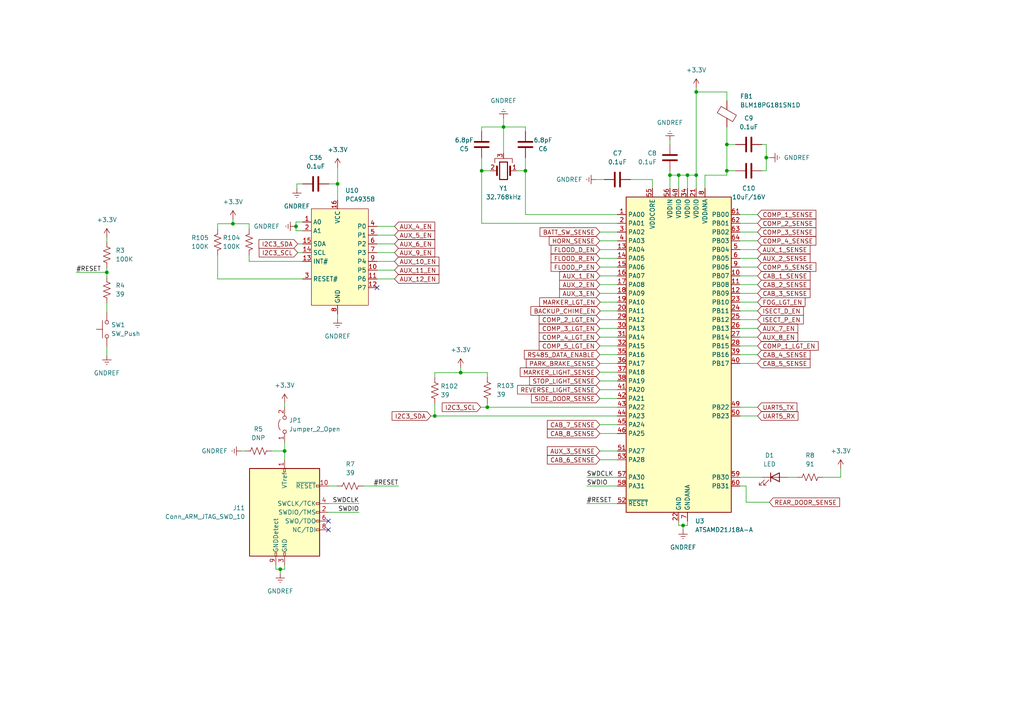
<source format=kicad_sch>
(kicad_sch (version 20230121) (generator eeschema)
  (paper "A4")
  (lib_symbols
    (symbol "Connector:Conn_ARM_JTAG_SWD_10" (pin_names (offset 1.016))
      (property "Reference" "J" (at -2.54 16.51 0))
      (property "Value" "Conn_ARM_JTAG_SWD_10" (at -2.54 13.97 0))
      (symbol "Conn_ARM_JTAG_SWD_10_0_1"
        (rectangle (start -10.16 12.7) (end 10.16 -12.7) (stroke (width 0.254)) (fill (type background)))
        (rectangle (start -2.794 -12.7) (end -2.286 -11.684))
        (rectangle (start -0.254 -12.7) (end 0.254 -11.684))
        (rectangle (start -0.254 12.7) (end 0.254 11.684))
        (rectangle (start 9.144 2.286) (end 10.16 2.794))
        (rectangle (start 10.16 -2.794) (end 9.144 -2.286))
        (rectangle (start 10.16 -0.254) (end 9.144 0.254))
        (rectangle (start 10.16 7.874) (end 9.144 7.366))
      )
      (symbol "Conn_ARM_JTAG_SWD_10_1_1"
        (rectangle (start 9.144 -5.334) (end 10.16 -4.826))
        (pin power_in line (at 0 15.24 270) (length 2.54) (name "VTref") (number "1"))
        (pin open_collector line (at 12.7 7.62 180) (length 2.54) (name "~{RESET}") (number "10"))
        (pin bidirectional line (at 12.7 0 180) (length 2.54) (name "SWDIO/TMS") (number "2"))
        (pin power_in line (at 0 -15.24 90) (length 2.54) (name "GND") (number "3"))
        (pin output line (at 12.7 2.54 180) (length 2.54) (name "SWCLK/TCK") (number "4"))
        (pin passive line (at 0 -15.24 90) (length 2.54) hide (name "GND") (number "5"))
        (pin input line (at 12.7 -2.54 180) (length 2.54) (name "SWO/TDO") (number "6"))
        (pin no_connect line (at -10.16 0 0) (length 2.54) hide (name "KEY") (number "7"))
        (pin output line (at 12.7 -5.08 180) (length 2.54) (name "NC/TDI") (number "8"))
        (pin passive line (at -2.54 -15.24 90) (length 2.54) (name "GNDDetect") (number "9"))
      )
    )
    (symbol "Device:C" (pin_numbers hide) (pin_names (offset 0.254))
      (property "Reference" "C" (at 0.635 2.54 0))
      (property "Value" "C" (at 0.635 -2.54 0))
      (symbol "C_0_1"
        (polyline (pts (xy -2.032 -0.762) (xy 2.032 -0.762)) (stroke (width 0.508)))
        (polyline (pts (xy -2.032 0.762) (xy 2.032 0.762)) (stroke (width 0.508)))
      )
      (symbol "C_1_1"
        (pin passive line (at 0 3.81 270) (length 2.794) (name "~") (number "1"))
        (pin passive line (at 0 -3.81 90) (length 2.794) (name "~") (number "2"))
      )
    )
    (symbol "Device:Crystal_GND3" (pin_names (offset 1.016) hide)
      (property "Reference" "Y" (at 0 5.715 0))
      (property "Value" "Crystal_GND3" (at 0 3.81 0))
      (symbol "Crystal_GND3_0_1"
        (rectangle (start -1.143 2.54) (end 1.143 -2.54) (stroke (width 0.3048)))
        (polyline (pts (xy -2.54 0) (xy -1.905 0)))
        (polyline (pts (xy -1.905 -1.27) (xy -1.905 1.27)) (stroke (width 0.508)))
        (polyline (pts (xy 0 -3.81) (xy 0 -3.556)))
        (polyline (pts (xy 1.905 0) (xy 2.54 0)))
        (polyline (pts (xy 1.905 1.27) (xy 1.905 -1.27)) (stroke (width 0.508)))
        (polyline (pts (xy -2.54 -2.286) (xy -2.54 -3.556) (xy 2.54 -3.556) (xy 2.54 -2.286)))
      )
      (symbol "Crystal_GND3_1_1"
        (pin passive line (at -3.81 0 0) (length 1.27) (name "1") (number "1"))
        (pin passive line (at 3.81 0 180) (length 1.27) (name "2") (number "2"))
        (pin passive line (at 0 -5.08 90) (length 1.27) (name "3") (number "3"))
      )
    )
    (symbol "Device:FerriteBead" (pin_numbers hide) (pin_names (offset 0))
      (property "Reference" "FB" (at -3.81 0.635 90))
      (property "Value" "FerriteBead" (at 3.81 0 90))
      (symbol "FerriteBead_0_1"
        (polyline (pts (xy 0 -1.27) (xy 0 -1.2192)))
        (polyline (pts (xy 0 1.27) (xy 0 1.2954)))
        (polyline (pts (xy -2.7686 0.4064) (xy -1.7018 2.2606) (xy 2.7686 -0.3048) (xy 1.6764 -2.159) (xy -2.7686 0.4064)))
      )
      (symbol "FerriteBead_1_1"
        (pin passive line (at 0 3.81 270) (length 2.54) (name "~") (number "1"))
        (pin passive line (at 0 -3.81 90) (length 2.54) (name "~") (number "2"))
      )
    )
    (symbol "Device:LED" (pin_numbers hide) (pin_names (offset 1.016) hide)
      (property "Reference" "D" (at 0 2.54 0))
      (property "Value" "LED" (at 0 -2.54 0))
      (symbol "LED_0_1"
        (polyline (pts (xy -1.27 -1.27) (xy -1.27 1.27)) (stroke (width 0.254)))
        (polyline (pts (xy -1.27 0) (xy 1.27 0)))
        (polyline (pts (xy 1.27 -1.27) (xy 1.27 1.27) (xy -1.27 0) (xy 1.27 -1.27)) (stroke (width 0.254)))
        (polyline (pts (xy -3.048 -0.762) (xy -4.572 -2.286) (xy -3.81 -2.286) (xy -4.572 -2.286) (xy -4.572 -1.524)))
        (polyline (pts (xy -1.778 -0.762) (xy -3.302 -2.286) (xy -2.54 -2.286) (xy -3.302 -2.286) (xy -3.302 -1.524)))
      )
      (symbol "LED_1_1"
        (pin passive line (at -3.81 0 0) (length 2.54) (name "K") (number "1"))
        (pin passive line (at 3.81 0 180) (length 2.54) (name "A") (number "2"))
      )
    )
    (symbol "Device:R_US" (pin_numbers hide) (pin_names (offset 0))
      (property "Reference" "R" (at 2.54 0 90))
      (property "Value" "R_US" (at -2.54 0 90))
      (symbol "R_US_0_1"
        (polyline (pts (xy 0 -2.286) (xy 0 -2.54)))
        (polyline (pts (xy 0 2.286) (xy 0 2.54)))
        (polyline (pts (xy 0 -0.762) (xy 1.016 -1.143) (xy 0 -1.524) (xy -1.016 -1.905) (xy 0 -2.286)))
        (polyline (pts (xy 0 0.762) (xy 1.016 0.381) (xy 0 0) (xy -1.016 -0.381) (xy 0 -0.762)))
        (polyline (pts (xy 0 2.286) (xy 1.016 1.905) (xy 0 1.524) (xy -1.016 1.143) (xy 0 0.762)))
      )
      (symbol "R_US_1_1"
        (pin passive line (at 0 3.81 270) (length 1.27) (name "~") (number "1"))
        (pin passive line (at 0 -3.81 90) (length 1.27) (name "~") (number "2"))
      )
    )
    (symbol "Jumper:Jumper_2_Open" (pin_names (offset 0) hide)
      (property "Reference" "JP" (at 0 2.794 0))
      (property "Value" "Jumper_2_Open" (at 0 -2.286 0))
      (symbol "Jumper_2_Open_0_0"
        (circle (center -2.032 0) (radius 0.508))
        (circle (center 2.032 0) (radius 0.508))
      )
      (symbol "Jumper_2_Open_0_1"
        (arc (start 1.524 1.27) (mid 0 1.778) (end -1.524 1.27))
      )
      (symbol "Jumper_2_Open_1_1"
        (pin passive line (at -5.08 0 0) (length 2.54) (name "A") (number "1"))
        (pin passive line (at 5.08 0 180) (length 2.54) (name "B") (number "2"))
      )
    )
    (symbol "MCU_Microchip_SAMD:ATSAMD21J18A-A"
      (property "Reference" "U" (at -13.97 46.99 0))
      (property "Value" "ATSAMD21J18A-A" (at 16.51 46.99 0))
      (symbol "ATSAMD21J18A-A_0_1"
        (rectangle (start -15.24 45.72) (end 15.24 -45.72) (stroke (width 0.254)) (fill (type background)))
      )
      (symbol "ATSAMD21J18A-A_1_1"
        (pin bidirectional line (at -17.78 40.64 0) (length 2.54) (name "PA00") (number "1"))
        (pin bidirectional line (at 17.78 22.86 180) (length 2.54) (name "PB07") (number "10"))
        (pin bidirectional line (at 17.78 20.32 180) (length 2.54) (name "PB08") (number "11"))
        (pin bidirectional line (at 17.78 17.78 180) (length 2.54) (name "PB09") (number "12"))
        (pin bidirectional line (at -17.78 30.48 0) (length 2.54) (name "PA04") (number "13"))
        (pin bidirectional line (at -17.78 27.94 0) (length 2.54) (name "PA05") (number "14"))
        (pin bidirectional line (at -17.78 25.4 0) (length 2.54) (name "PA06") (number "15"))
        (pin bidirectional line (at -17.78 22.86 0) (length 2.54) (name "PA07") (number "16"))
        (pin bidirectional line (at -17.78 20.32 0) (length 2.54) (name "PA08") (number "17"))
        (pin bidirectional line (at -17.78 17.78 0) (length 2.54) (name "PA09") (number "18"))
        (pin bidirectional line (at -17.78 15.24 0) (length 2.54) (name "PA10") (number "19"))
        (pin bidirectional line (at -17.78 38.1 0) (length 2.54) (name "PA01") (number "2"))
        (pin bidirectional line (at -17.78 12.7 0) (length 2.54) (name "PA11") (number "20"))
        (pin power_in line (at 5.08 48.26 270) (length 2.54) (name "VDDIO") (number "21"))
        (pin power_in line (at 0 -48.26 90) (length 2.54) (name "GND") (number "22"))
        (pin bidirectional line (at 17.78 15.24 180) (length 2.54) (name "PB10") (number "23"))
        (pin bidirectional line (at 17.78 12.7 180) (length 2.54) (name "PB11") (number "24"))
        (pin bidirectional line (at 17.78 10.16 180) (length 2.54) (name "PB12") (number "25"))
        (pin bidirectional line (at 17.78 7.62 180) (length 2.54) (name "PB13") (number "26"))
        (pin bidirectional line (at 17.78 5.08 180) (length 2.54) (name "PB14") (number "27"))
        (pin bidirectional line (at 17.78 2.54 180) (length 2.54) (name "PB15") (number "28"))
        (pin bidirectional line (at -17.78 10.16 0) (length 2.54) (name "PA12") (number "29"))
        (pin bidirectional line (at -17.78 35.56 0) (length 2.54) (name "PA02") (number "3"))
        (pin bidirectional line (at -17.78 7.62 0) (length 2.54) (name "PA13") (number "30"))
        (pin bidirectional line (at -17.78 5.08 0) (length 2.54) (name "PA14") (number "31"))
        (pin bidirectional line (at -17.78 2.54 0) (length 2.54) (name "PA15") (number "32"))
        (pin passive line (at 0 -48.26 90) (length 2.54) hide (name "GND") (number "33"))
        (pin power_in line (at 2.54 48.26 270) (length 2.54) (name "VDDIO") (number "34"))
        (pin bidirectional line (at -17.78 0 0) (length 2.54) (name "PA16") (number "35"))
        (pin bidirectional line (at -17.78 -2.54 0) (length 2.54) (name "PA17") (number "36"))
        (pin bidirectional line (at -17.78 -5.08 0) (length 2.54) (name "PA18") (number "37"))
        (pin bidirectional line (at -17.78 -7.62 0) (length 2.54) (name "PA19") (number "38"))
        (pin bidirectional line (at 17.78 0 180) (length 2.54) (name "PB16") (number "39"))
        (pin bidirectional line (at -17.78 33.02 0) (length 2.54) (name "PA03") (number "4"))
        (pin bidirectional line (at 17.78 -2.54 180) (length 2.54) (name "PB17") (number "40"))
        (pin bidirectional line (at -17.78 -10.16 0) (length 2.54) (name "PA20") (number "41"))
        (pin bidirectional line (at -17.78 -12.7 0) (length 2.54) (name "PA21") (number "42"))
        (pin bidirectional line (at -17.78 -15.24 0) (length 2.54) (name "PA22") (number "43"))
        (pin bidirectional line (at -17.78 -17.78 0) (length 2.54) (name "PA23") (number "44"))
        (pin bidirectional line (at -17.78 -20.32 0) (length 2.54) (name "PA24") (number "45"))
        (pin bidirectional line (at -17.78 -22.86 0) (length 2.54) (name "PA25") (number "46"))
        (pin passive line (at 0 -48.26 90) (length 2.54) hide (name "GND") (number "47"))
        (pin power_in line (at 0 48.26 270) (length 2.54) (name "VDDIO") (number "48"))
        (pin bidirectional line (at 17.78 -15.24 180) (length 2.54) (name "PB22") (number "49"))
        (pin bidirectional line (at 17.78 30.48 180) (length 2.54) (name "PB04") (number "5"))
        (pin bidirectional line (at 17.78 -17.78 180) (length 2.54) (name "PB23") (number "50"))
        (pin bidirectional line (at -17.78 -27.94 0) (length 2.54) (name "PA27") (number "51"))
        (pin input line (at -17.78 -43.18 0) (length 2.54) (name "~{RESET}") (number "52"))
        (pin bidirectional line (at -17.78 -30.48 0) (length 2.54) (name "PA28") (number "53"))
        (pin passive line (at 0 -48.26 90) (length 2.54) hide (name "GND") (number "54"))
        (pin power_out line (at -7.62 48.26 270) (length 2.54) (name "VDDCORE") (number "55"))
        (pin power_in line (at -2.54 48.26 270) (length 2.54) (name "VDDIN") (number "56"))
        (pin bidirectional line (at -17.78 -35.56 0) (length 2.54) (name "PA30") (number "57"))
        (pin bidirectional line (at -17.78 -38.1 0) (length 2.54) (name "PA31") (number "58"))
        (pin bidirectional line (at 17.78 -35.56 180) (length 2.54) (name "PB30") (number "59"))
        (pin bidirectional line (at 17.78 27.94 180) (length 2.54) (name "PB05") (number "6"))
        (pin bidirectional line (at 17.78 -38.1 180) (length 2.54) (name "PB31") (number "60"))
        (pin bidirectional line (at 17.78 40.64 180) (length 2.54) (name "PB00") (number "61"))
        (pin bidirectional line (at 17.78 38.1 180) (length 2.54) (name "PB01") (number "62"))
        (pin bidirectional line (at 17.78 35.56 180) (length 2.54) (name "PB02") (number "63"))
        (pin bidirectional line (at 17.78 33.02 180) (length 2.54) (name "PB03") (number "64"))
        (pin power_in line (at 2.54 -48.26 90) (length 2.54) (name "GNDANA") (number "7"))
        (pin power_in line (at 7.62 48.26 270) (length 2.54) (name "VDDANA") (number "8"))
        (pin bidirectional line (at 17.78 25.4 180) (length 2.54) (name "PB06") (number "9"))
      )
    )
    (symbol "Switch:SW_Push" (pin_numbers hide) (pin_names (offset 1.016) hide)
      (property "Reference" "SW" (at 1.27 2.54 0))
      (property "Value" "SW_Push" (at 0 -1.524 0))
      (symbol "SW_Push_0_1"
        (circle (center -2.032 0) (radius 0.508))
        (polyline (pts (xy 0 1.27) (xy 0 3.048)))
        (polyline (pts (xy 2.54 1.27) (xy -2.54 1.27)))
        (circle (center 2.032 0) (radius 0.508))
        (pin passive line (at -5.08 0 0) (length 2.54) (name "1") (number "1"))
        (pin passive line (at 5.08 0 180) (length 2.54) (name "2") (number "2"))
      )
    )
    (symbol "Toadly:PCA9358"
      (property "Reference" "U" (at 6.35 19.685 0))
      (property "Value" "PCA9358" (at 9.525 17.145 0))
      (symbol "PCA9358_0_1"
        (rectangle (start -7.62 13.97) (end 8.89 -13.97) (fill (type background)))
      )
      (symbol "PCA9358_1_1"
        (pin input line (at -10.16 10.16 0) (length 2.54) (name "A0") (number "1"))
        (pin bidirectional line (at 11.43 -3.81 180) (length 2.54) (name "P5") (number "10"))
        (pin bidirectional line (at 11.43 -6.35 180) (length 2.54) (name "P6") (number "11"))
        (pin bidirectional line (at 11.43 -8.89 180) (length 2.54) (name "P7") (number "12"))
        (pin output line (at -10.16 -1.27 0) (length 2.54) (name "INT#") (number "13"))
        (pin bidirectional line (at -10.16 1.27 0) (length 2.54) (name "SCL") (number "14"))
        (pin bidirectional line (at -10.16 3.81 0) (length 2.54) (name "SDA") (number "15"))
        (pin power_in line (at 0 16.51 270) (length 2.54) (name "VCC") (number "16"))
        (pin input line (at -10.16 7.62 0) (length 2.54) (name "A1") (number "2"))
        (pin input line (at -10.16 -6.35 0) (length 2.54) (name "RESET#") (number "3"))
        (pin bidirectional line (at 11.43 8.89 180) (length 2.54) (name "P0") (number "4"))
        (pin bidirectional line (at 11.43 6.35 180) (length 2.54) (name "P1") (number "5"))
        (pin bidirectional line (at 11.43 3.81 180) (length 2.54) (name "P2") (number "6"))
        (pin bidirectional line (at 11.43 1.27 180) (length 2.54) (name "P3") (number "7"))
        (pin power_in line (at 0 -16.51 90) (length 2.54) (name "GND") (number "8"))
        (pin bidirectional line (at 11.43 -1.27 180) (length 2.54) (name "P4") (number "9"))
      )
    )
    (symbol "power:+3.3V" (power) (pin_names (offset 0))
      (property "Value" "+3.3V" (at 0 3.556 0))
      (symbol "+3.3V_0_1"
        (polyline (pts (xy -0.762 1.27) (xy 0 2.54)))
        (polyline (pts (xy 0 0) (xy 0 2.54)))
        (polyline (pts (xy 0 2.54) (xy 0.762 1.27)))
      )
      (symbol "+3.3V_1_1"
        (pin power_in line (at 0 0 90) (length 0) hide (name "+3.3V") (number "1"))
      )
    )
    (symbol "power:GNDREF" (power) (pin_names (offset 0))
      (property "Value" "GNDREF" (at 0 -3.81 0))
      (symbol "GNDREF_0_1"
        (polyline (pts (xy -0.635 -1.905) (xy 0.635 -1.905)))
        (polyline (pts (xy -0.127 -2.54) (xy 0.127 -2.54)))
        (polyline (pts (xy 0 -1.27) (xy 0 0)))
        (polyline (pts (xy 1.27 -1.27) (xy -1.27 -1.27)))
      )
      (symbol "GNDREF_1_1"
        (pin power_in line (at 0 0 270) (length 0) hide (name "GNDREF") (number "1"))
      )
    )
  )
  (junction (at 146.05 36.83))
  (junction (at 30.988 78.994))
  (junction (at 81.28 165.1))
  (junction (at 85.852 65.659))
  (junction (at 198.12 152.4))
  (junction (at 210.82 49.53))
  (junction (at 210.82 41.91))
  (junction (at 133.604 108.077))
  (junction (at 201.93 26.67))
  (junction (at 201.93 50.8))
  (junction (at 199.39 50.8))
  (junction (at 194.31 50.8))
  (junction (at 196.85 50.8))
  (junction (at 67.564 64.897))
  (junction (at 82.55 130.81))
  (junction (at 97.917 53.34))
  (junction (at 152.4 49.53))
  (junction (at 139.7 49.53))
  (junction (at 222.25 45.72))
  (junction (at 141.351 118.11))
  (junction (at 126.111 120.65))
  (no_connect (at 109.347 83.439))
  (no_connect (at 95.25 151.13))
  (no_connect (at 95.25 153.67))
  (wire (pts (xy 173.99 123.19) (xy 179.07 123.19)))
  (wire (pts (xy 199.39 152.4) (xy 199.39 151.13)))
  (wire (pts (xy 219.71 95.25) (xy 214.63 95.25)))
  (wire (pts (xy 214.63 105.41) (xy 219.71 105.41)))
  (wire (pts (xy 214.63 120.65) (xy 219.71 120.65)))
  (wire (pts (xy 214.63 62.23) (xy 219.71 62.23)))
  (wire (pts (xy 173.99 125.73) (xy 179.07 125.73)))
  (wire (pts (xy 182.88 52.07) (xy 189.23 52.07)))
  (wire (pts (xy 173.99 102.87) (xy 179.07 102.87)))
  (wire (pts (xy 139.7 49.53) (xy 142.24 49.53)))
  (wire (pts (xy 222.25 41.91) (xy 220.98 41.91)))
  (wire (pts (xy 219.71 72.39) (xy 214.63 72.39)))
  (wire (pts (xy 214.63 97.79) (xy 219.71 97.79)))
  (wire (pts (xy 124.968 120.65) (xy 126.111 120.65)))
  (wire (pts (xy 139.446 118.11) (xy 141.351 118.11)))
  (wire (pts (xy 173.99 82.55) (xy 179.07 82.55)))
  (wire (pts (xy 196.85 50.8) (xy 196.85 54.61)))
  (wire (pts (xy 80.01 163.83) (xy 80.01 165.1)))
  (wire (pts (xy 82.55 165.1) (xy 82.55 163.83)))
  (wire (pts (xy 97.917 53.34) (xy 97.917 48.514)))
  (wire (pts (xy 196.85 151.13) (xy 196.85 152.4)))
  (wire (pts (xy 97.917 91.059) (xy 97.917 92.456)))
  (wire (pts (xy 149.86 49.53) (xy 152.4 49.53)))
  (wire (pts (xy 109.347 68.199) (xy 114.427 68.199)))
  (wire (pts (xy 86.36 70.739) (xy 87.757 70.739)))
  (wire (pts (xy 194.31 49.53) (xy 194.31 50.8)))
  (wire (pts (xy 146.05 34.29) (xy 146.05 36.83)))
  (wire (pts (xy 109.347 80.899) (xy 114.427 80.899)))
  (wire (pts (xy 201.93 25.4) (xy 201.93 26.67)))
  (wire (pts (xy 152.4 45.72) (xy 152.4 49.53)))
  (wire (pts (xy 170.18 146.05) (xy 179.07 146.05)))
  (wire (pts (xy 82.55 128.27) (xy 82.55 130.81)))
  (wire (pts (xy 139.7 49.53) (xy 139.7 64.77)))
  (wire (pts (xy 30.988 100.584) (xy 30.988 103.124)))
  (wire (pts (xy 95.25 146.05) (xy 104.14 146.05)))
  (wire (pts (xy 152.4 62.23) (xy 179.07 62.23)))
  (wire (pts (xy 146.05 36.83) (xy 146.05 44.45)))
  (wire (pts (xy 30.988 68.834) (xy 30.988 70.104)))
  (wire (pts (xy 219.71 74.93) (xy 214.63 74.93)))
  (wire (pts (xy 173.99 130.81) (xy 179.07 130.81)))
  (wire (pts (xy 210.82 26.67) (xy 210.82 29.21)))
  (wire (pts (xy 179.07 100.33) (xy 173.99 100.33)))
  (wire (pts (xy 214.63 82.55) (xy 219.71 82.55)))
  (wire (pts (xy 179.07 95.25) (xy 173.99 95.25)))
  (wire (pts (xy 228.6 138.43) (xy 231.14 138.43)))
  (wire (pts (xy 198.12 152.4) (xy 199.39 152.4)))
  (wire (pts (xy 173.99 67.31) (xy 179.07 67.31)))
  (wire (pts (xy 146.05 36.83) (xy 139.7 36.83)))
  (wire (pts (xy 63.119 66.421) (xy 63.119 64.897)))
  (wire (pts (xy 72.263 74.041) (xy 72.263 75.819)))
  (wire (pts (xy 141.351 108.077) (xy 141.351 109.347)))
  (wire (pts (xy 126.111 108.077) (xy 133.604 108.077)))
  (wire (pts (xy 85.852 65.659) (xy 85.852 64.389)))
  (wire (pts (xy 170.18 138.43) (xy 179.07 138.43)))
  (wire (pts (xy 179.07 77.47) (xy 173.99 77.47)))
  (wire (pts (xy 126.111 120.65) (xy 179.07 120.65)))
  (wire (pts (xy 141.351 118.11) (xy 179.07 118.11)))
  (wire (pts (xy 173.99 110.49) (xy 179.07 110.49)))
  (wire (pts (xy 201.93 26.67) (xy 210.82 26.67)))
  (wire (pts (xy 210.82 49.53) (xy 210.82 50.8)))
  (wire (pts (xy 173.99 113.03) (xy 179.07 113.03)))
  (wire (pts (xy 222.25 49.53) (xy 222.25 45.72)))
  (wire (pts (xy 214.63 102.87) (xy 219.71 102.87)))
  (wire (pts (xy 152.4 38.1) (xy 152.4 36.83)))
  (wire (pts (xy 87.757 80.899) (xy 63.119 80.899)))
  (wire (pts (xy 172.72 52.07) (xy 175.26 52.07)))
  (wire (pts (xy 238.76 138.43) (xy 243.84 138.43)))
  (wire (pts (xy 86.36 73.279) (xy 87.757 73.279)))
  (wire (pts (xy 173.99 80.01) (xy 179.07 80.01)))
  (wire (pts (xy 105.41 140.97) (xy 115.57 140.97)))
  (wire (pts (xy 173.99 105.41) (xy 179.07 105.41)))
  (wire (pts (xy 216.408 140.97) (xy 216.408 145.669)))
  (wire (pts (xy 126.111 120.65) (xy 126.111 117.094)))
  (wire (pts (xy 222.25 45.72) (xy 223.52 45.72)))
  (wire (pts (xy 87.757 53.34) (xy 86.106 53.34)))
  (wire (pts (xy 214.63 77.47) (xy 219.71 77.47)))
  (wire (pts (xy 109.347 75.819) (xy 114.427 75.819)))
  (wire (pts (xy 210.82 36.83) (xy 210.82 41.91)))
  (wire (pts (xy 173.99 69.85) (xy 179.07 69.85)))
  (wire (pts (xy 194.31 50.8) (xy 194.31 54.61)))
  (wire (pts (xy 174.117 90.17) (xy 179.07 90.17)))
  (wire (pts (xy 139.7 36.83) (xy 139.7 38.1)))
  (wire (pts (xy 30.988 77.724) (xy 30.988 78.994)))
  (wire (pts (xy 86.106 53.34) (xy 86.106 54.737)))
  (wire (pts (xy 87.757 66.929) (xy 85.852 66.929)))
  (wire (pts (xy 85.852 64.389) (xy 87.757 64.389)))
  (wire (pts (xy 152.4 49.53) (xy 152.4 62.23)))
  (wire (pts (xy 243.84 138.43) (xy 243.84 135.89)))
  (wire (pts (xy 201.93 26.67) (xy 201.93 50.8)))
  (wire (pts (xy 133.604 108.077) (xy 141.351 108.077)))
  (wire (pts (xy 196.85 152.4) (xy 198.12 152.4)))
  (wire (pts (xy 219.71 90.17) (xy 214.63 90.17)))
  (wire (pts (xy 67.564 63.627) (xy 67.564 64.897)))
  (wire (pts (xy 219.71 92.71) (xy 214.63 92.71)))
  (wire (pts (xy 170.18 140.97) (xy 179.07 140.97)))
  (wire (pts (xy 97.917 58.039) (xy 97.917 53.34)))
  (wire (pts (xy 173.99 133.35) (xy 179.07 133.35)))
  (wire (pts (xy 214.63 80.01) (xy 219.71 80.01)))
  (wire (pts (xy 179.07 92.71) (xy 173.99 92.71)))
  (wire (pts (xy 173.99 115.57) (xy 179.07 115.57)))
  (wire (pts (xy 82.55 130.81) (xy 82.55 133.35)))
  (wire (pts (xy 220.98 49.53) (xy 222.25 49.53)))
  (wire (pts (xy 198.12 152.4) (xy 198.12 153.67)))
  (wire (pts (xy 216.408 145.669) (xy 223.139 145.669)))
  (wire (pts (xy 72.263 75.819) (xy 87.757 75.819)))
  (wire (pts (xy 109.347 73.279) (xy 114.427 73.279)))
  (wire (pts (xy 81.28 165.1) (xy 81.28 166.37)))
  (wire (pts (xy 189.23 52.07) (xy 189.23 54.61)))
  (wire (pts (xy 222.25 45.72) (xy 222.25 41.91)))
  (wire (pts (xy 78.74 130.81) (xy 82.55 130.81)))
  (wire (pts (xy 139.7 45.72) (xy 139.7 49.53)))
  (wire (pts (xy 219.71 87.63) (xy 214.63 87.63)))
  (wire (pts (xy 133.604 106.553) (xy 133.604 108.077)))
  (wire (pts (xy 194.31 50.8) (xy 196.85 50.8)))
  (wire (pts (xy 22.098 78.994) (xy 30.988 78.994)))
  (wire (pts (xy 173.99 107.95) (xy 179.07 107.95)))
  (wire (pts (xy 139.7 64.77) (xy 179.07 64.77)))
  (wire (pts (xy 30.988 87.884) (xy 30.988 90.424)))
  (wire (pts (xy 152.4 36.83) (xy 146.05 36.83)))
  (wire (pts (xy 85.852 66.929) (xy 85.852 65.659)))
  (wire (pts (xy 196.85 50.8) (xy 199.39 50.8)))
  (wire (pts (xy 72.263 64.897) (xy 72.263 66.421)))
  (wire (pts (xy 109.347 65.659) (xy 114.427 65.659)))
  (wire (pts (xy 82.55 116.84) (xy 82.55 118.11)))
  (wire (pts (xy 194.31 40.64) (xy 194.31 41.91)))
  (wire (pts (xy 141.351 116.967) (xy 141.351 118.11)))
  (wire (pts (xy 214.63 85.09) (xy 219.71 85.09)))
  (wire (pts (xy 80.01 165.1) (xy 81.28 165.1)))
  (wire (pts (xy 214.63 64.77) (xy 219.71 64.77)))
  (wire (pts (xy 179.07 97.79) (xy 173.99 97.79)))
  (wire (pts (xy 210.82 49.53) (xy 213.36 49.53)))
  (wire (pts (xy 69.85 130.81) (xy 71.12 130.81)))
  (wire (pts (xy 201.93 50.8) (xy 201.93 54.61)))
  (wire (pts (xy 204.47 50.8) (xy 204.47 54.61)))
  (wire (pts (xy 85.471 65.659) (xy 85.852 65.659)))
  (wire (pts (xy 214.63 100.33) (xy 219.71 100.33)))
  (wire (pts (xy 63.119 80.899) (xy 63.119 74.041)))
  (wire (pts (xy 95.25 140.97) (xy 97.79 140.97)))
  (wire (pts (xy 210.82 41.91) (xy 210.82 49.53)))
  (wire (pts (xy 214.63 138.43) (xy 220.98 138.43)))
  (wire (pts (xy 179.07 74.93) (xy 173.99 74.93)))
  (wire (pts (xy 173.99 85.09) (xy 179.07 85.09)))
  (wire (pts (xy 214.63 140.97) (xy 216.408 140.97)))
  (wire (pts (xy 95.377 53.34) (xy 97.917 53.34)))
  (wire (pts (xy 109.347 70.739) (xy 114.427 70.739)))
  (wire (pts (xy 199.39 50.8) (xy 199.39 54.61)))
  (wire (pts (xy 30.988 78.994) (xy 30.988 80.264)))
  (wire (pts (xy 67.564 64.897) (xy 72.263 64.897)))
  (wire (pts (xy 214.63 69.85) (xy 219.71 69.85)))
  (wire (pts (xy 179.07 72.39) (xy 173.99 72.39)))
  (wire (pts (xy 81.28 165.1) (xy 82.55 165.1)))
  (wire (pts (xy 126.111 108.077) (xy 126.111 109.474)))
  (wire (pts (xy 214.63 67.31) (xy 219.71 67.31)))
  (wire (pts (xy 95.25 148.59) (xy 104.14 148.59)))
  (wire (pts (xy 63.119 64.897) (xy 67.564 64.897)))
  (wire (pts (xy 199.39 50.8) (xy 201.93 50.8)))
  (wire (pts (xy 109.347 78.359) (xy 114.427 78.359)))
  (wire (pts (xy 214.63 118.11) (xy 219.71 118.11)))
  (wire (pts (xy 210.82 50.8) (xy 204.47 50.8)))
  (wire (pts (xy 210.82 41.91) (xy 213.36 41.91)))
  (wire (pts (xy 174.117 87.63) (xy 179.07 87.63)))
  (label "#RESET" (at 170.18 146.05 0))
  (label "#RESET" (at 22.098 78.994 0))
  (label "SWDCLK" (at 170.18 138.43 0))
  (label "#RESET" (at 115.57 140.97 180))
  (label "SWDIO" (at 104.14 148.59 180))
  (label "SWDCLK" (at 104.14 146.05 180))
  (label "SWDIO" (at 170.18 140.97 0))
  (global_label "ISECT_D_EN" (shape input) (at 219.71 90.17 0) (property "Intersheetrefs" "${INTERSHEET_REFS}" (effects hide)))
  (global_label "AUX_6_EN" (shape input) (at 114.427 70.739 0) (property "Intersheetrefs" "${INTERSHEET_REFS}" (effects hide)))
  (global_label "AUX_1_SENSE" (shape input) (at 219.71 72.39 0) (property "Intersheetrefs" "${INTERSHEET_REFS}" (effects hide)))
  (global_label "AUX_11_EN" (shape input) (at 114.427 78.359 0) (property "Intersheetrefs" "${INTERSHEET_REFS}" (effects hide)))
  (global_label "MARKER_LGT_EN" (shape input) (at 174.117 87.63 180) (property "Intersheetrefs" "${INTERSHEET_REFS}" (effects hide)))
  (global_label "FOG_LGT_EN" (shape input) (at 219.71 87.63 0) (property "Intersheetrefs" "${INTERSHEET_REFS}" (effects hide)))
  (global_label "RS485_DATA_ENABLE" (shape input) (at 173.99 102.87 180) (property "Intersheetrefs" "${INTERSHEET_REFS}" (effects hide)))
  (global_label "PARK_BRAKE_SENSE" (shape input) (at 173.99 105.41 180) (property "Intersheetrefs" "${INTERSHEET_REFS}" (effects hide)))
  (global_label "UART5_TX" (shape input) (at 219.71 118.11 0) (property "Intersheetrefs" "${INTERSHEET_REFS}" (effects hide)))
  (global_label "AUX_9_EN" (shape input) (at 114.427 73.279 0) (property "Intersheetrefs" "${INTERSHEET_REFS}" (effects hide)))
  (global_label "COMP_2_LGT_EN" (shape input) (at 173.99 92.71 180) (property "Intersheetrefs" "${INTERSHEET_REFS}" (effects hide)))
  (global_label "COMP_2_SENSE" (shape input) (at 219.71 64.77 0) (property "Intersheetrefs" "${INTERSHEET_REFS}" (effects hide)))
  (global_label "REVERSE_LIGHT_SENSE" (shape input) (at 173.99 113.03 180) (property "Intersheetrefs" "${INTERSHEET_REFS}" (effects hide)))
  (global_label "COMP_4_LGT_EN" (shape input) (at 173.99 97.79 180) (property "Intersheetrefs" "${INTERSHEET_REFS}" (effects hide)))
  (global_label "CAB_1_SENSE" (shape input) (at 219.71 80.01 0) (property "Intersheetrefs" "${INTERSHEET_REFS}" (effects hide)))
  (global_label "COMP_5_LGT_EN" (shape input) (at 173.99 100.33 180) (property "Intersheetrefs" "${INTERSHEET_REFS}" (effects hide)))
  (global_label "AUX_1_EN" (shape input) (at 173.99 80.01 180) (property "Intersheetrefs" "${INTERSHEET_REFS}" (effects hide)))
  (global_label "I2C3_SCL" (shape input) (at 86.36 73.279 180) (property "Intersheetrefs" "${INTERSHEET_REFS}" (effects hide)))
  (global_label "CAB_4_SENSE" (shape input) (at 219.71 102.87 0) (property "Intersheetrefs" "${INTERSHEET_REFS}" (effects hide)))
  (global_label "I2C3_SDA" (shape input) (at 124.968 120.65 180) (property "Intersheetrefs" "${INTERSHEET_REFS}" (effects hide)))
  (global_label "FLOOD_R_EN" (shape input) (at 173.99 74.93 180) (property "Intersheetrefs" "${INTERSHEET_REFS}" (effects hide)))
  (global_label "UART5_RX" (shape input) (at 219.71 120.65 0) (property "Intersheetrefs" "${INTERSHEET_REFS}" (effects hide)))
  (global_label "AUX_8_EN" (shape input) (at 219.71 97.79 0) (property "Intersheetrefs" "${INTERSHEET_REFS}" (effects hide)))
  (global_label "ISECT_P_EN" (shape input) (at 219.71 92.71 0) (property "Intersheetrefs" "${INTERSHEET_REFS}" (effects hide)))
  (global_label "BATT_SW_SENSE" (shape input) (at 173.99 67.31 180) (property "Intersheetrefs" "${INTERSHEET_REFS}" (effects hide)))
  (global_label "SIDE_DOOR_SENSE" (shape input) (at 173.99 115.57 180) (property "Intersheetrefs" "${INTERSHEET_REFS}" (effects hide)))
  (global_label "STOP_LIGHT_SENSE" (shape input) (at 173.99 110.49 180) (property "Intersheetrefs" "${INTERSHEET_REFS}" (effects hide)))
  (global_label "COMP_4_SENSE" (shape input) (at 219.71 69.85 0) (property "Intersheetrefs" "${INTERSHEET_REFS}" (effects hide)))
  (global_label "COMP_5_SENSE" (shape input) (at 219.71 77.47 0) (property "Intersheetrefs" "${INTERSHEET_REFS}" (effects hide)))
  (global_label "CAB_3_SENSE" (shape input) (at 219.71 85.09 0) (property "Intersheetrefs" "${INTERSHEET_REFS}" (effects hide)))
  (global_label "FLOOD_D_EN" (shape input) (at 173.99 72.39 180) (property "Intersheetrefs" "${INTERSHEET_REFS}" (effects hide)))
  (global_label "I2C3_SCL" (shape input) (at 139.446 118.11 180) (property "Intersheetrefs" "${INTERSHEET_REFS}" (effects hide)))
  (global_label "AUX_2_EN" (shape input) (at 173.99 82.55 180) (property "Intersheetrefs" "${INTERSHEET_REFS}" (effects hide)))
  (global_label "AUX_2_SENSE" (shape input) (at 219.71 74.93 0) (property "Intersheetrefs" "${INTERSHEET_REFS}" (effects hide)))
  (global_label "I2C3_SDA" (shape input) (at 86.36 70.739 180) (property "Intersheetrefs" "${INTERSHEET_REFS}" (effects hide)))
  (global_label "REAR_DOOR_SENSE" (shape input) (at 223.139 145.669 0) (property "Intersheetrefs" "${INTERSHEET_REFS}" (effects hide)))
  (global_label "AUX_3_EN" (shape input) (at 173.99 85.09 180) (property "Intersheetrefs" "${INTERSHEET_REFS}" (effects hide)))
  (global_label "AUX_12_EN" (shape input) (at 114.427 80.899 0) (property "Intersheetrefs" "${INTERSHEET_REFS}" (effects hide)))
  (global_label "AUX_5_EN" (shape input) (at 114.427 68.199 0) (property "Intersheetrefs" "${INTERSHEET_REFS}" (effects hide)))
  (global_label "CAB_7_SENSE" (shape input) (at 173.99 123.19 180) (property "Intersheetrefs" "${INTERSHEET_REFS}" (effects hide)))
  (global_label "FLOOD_P_EN" (shape input) (at 173.99 77.47 180) (property "Intersheetrefs" "${INTERSHEET_REFS}" (effects hide)))
  (global_label "AUX_7_EN" (shape input) (at 219.71 95.25 0) (property "Intersheetrefs" "${INTERSHEET_REFS}" (effects hide)))
  (global_label "HORN_SENSE" (shape input) (at 173.99 69.85 180) (property "Intersheetrefs" "${INTERSHEET_REFS}" (effects hide)))
  (global_label "CAB_5_SENSE" (shape input) (at 219.71 105.41 0) (property "Intersheetrefs" "${INTERSHEET_REFS}" (effects hide)))
  (global_label "COMP_1_SENSE" (shape input) (at 219.71 62.23 0) (property "Intersheetrefs" "${INTERSHEET_REFS}" (effects hide)))
  (global_label "AUX_10_EN" (shape input) (at 114.427 75.819 0) (property "Intersheetrefs" "${INTERSHEET_REFS}" (effects hide)))
  (global_label "COMP_1_LGT_EN" (shape input) (at 219.71 100.33 0) (property "Intersheetrefs" "${INTERSHEET_REFS}" (effects hide)))
  (global_label "CAB_6_SENSE" (shape input) (at 173.99 133.35 180) (property "Intersheetrefs" "${INTERSHEET_REFS}" (effects hide)))
  (global_label "CAB_2_SENSE" (shape input) (at 219.71 82.55 0) (property "Intersheetrefs" "${INTERSHEET_REFS}" (effects hide)))
  (global_label "CAB_8_SENSE" (shape input) (at 173.99 125.73 180) (property "Intersheetrefs" "${INTERSHEET_REFS}" (effects hide)))
  (global_label "AUX_4_EN" (shape input) (at 114.427 65.659 0) (property "Intersheetrefs" "${INTERSHEET_REFS}" (effects hide)))
  (global_label "COMP_3_SENSE" (shape input) (at 219.71 67.31 0) (property "Intersheetrefs" "${INTERSHEET_REFS}" (effects hide)))
  (global_label "COMP_3_LGT_EN" (shape input) (at 173.99 95.25 180) (property "Intersheetrefs" "${INTERSHEET_REFS}" (effects hide)))
  (global_label "AUX_3_SENSE" (shape input) (at 173.99 130.81 180) (property "Intersheetrefs" "${INTERSHEET_REFS}" (effects hide)))
  (global_label "MARKER_LIGHT_SENSE" (shape input) (at 173.99 107.95 180) (property "Intersheetrefs" "${INTERSHEET_REFS}" (effects hide)))
  (global_label "BACKUP_CHIME_EN" (shape input) (at 174.117 90.17 180) (property "Intersheetrefs" "${INTERSHEET_REFS}" (effects hide)))
  (symbol (lib_id "power:GNDREF") (at 81.28 166.37 0) (unit 1)
    (property "Reference" "#PWR020" (effects hide))
    (property "Value" "GNDREF" (at 81.28 171.45 0))
  )
  (symbol (lib_id "Connector:Conn_ARM_JTAG_SWD_10") (at 82.55 148.59 0) (unit 1)
    (property "Reference" "J11" (at 71.12 147.32 0) (effects (justify right)))
    (property "Value" "Conn_ARM_JTAG_SWD_10" (at 71.12 149.86 0) (effects (justify right)))
    (property "Footprint" "Connector_PinHeader_1.27mm:PinHeader_2x05_P1.27mm_Vertical_SMD" (effects hide))
    (property "Datasheet" "http://infocenter.arm.com/help/topic/com.arm.doc.ddi0314h/DDI0314H_coresight_components_trm.pdf" (effects hide))
  )
  (symbol (lib_id "MCU_Microchip_SAMD:ATSAMD21J18A-A") (at 196.85 102.87 0) (unit 1)
    (property "Reference" "U3" (at 201.5841 151.13 0) (effects (justify left)))
    (property "Value" "ATSAMD21J18A-A" (at 201.5841 153.67 0) (effects (justify left)))
    (property "Footprint" "Package_QFP:TQFP-64_10x10mm_P0.5mm" (effects hide))
    (property "Datasheet" "http://ww1.microchip.com/downloads/en/DeviceDoc/SAM_D21_DA1_Family_Data%20Sheet_DS40001882E.pdf" (effects hide))
  )
  (symbol (lib_id "power:GNDREF") (at 97.917 92.456 0) (unit 1)
    (property "Reference" "#PWR0122" (effects hide))
    (property "Value" "GNDREF" (at 97.917 97.536 0))
  )
  (symbol (lib_id "Device:R_US") (at 141.351 113.157 180) (unit 1)
    (property "Reference" "R103" (at 144.018 111.887 0) (effects (justify right)))
    (property "Value" "39" (at 144.018 114.427 0) (effects (justify right)))
    (property "Footprint" "Resistor_SMD:R_0805_2012Metric_Pad1.20x1.40mm_HandSolder" (effects hide))
  )
  (symbol (lib_id "power:+3.3V") (at 67.564 63.627 0) (unit 1)
    (property "Reference" "#PWR0119" (effects hide))
    (property "Value" "+3.3V" (at 67.564 58.547 0))
  )
  (symbol (lib_id "Device:R_US") (at 101.6 140.97 90) (unit 1)
    (property "Reference" "R7" (at 101.6 134.62 90))
    (property "Value" "39" (at 101.6 137.16 90))
    (property "Footprint" "Resistor_SMD:R_0805_2012Metric_Pad1.20x1.40mm_HandSolder" (effects hide))
  )
  (symbol (lib_id "Jumper:Jumper_2_Open") (at 82.55 123.19 90) (unit 1)
    (property "Reference" "JP1" (at 83.82 121.92 90) (effects (justify right)))
    (property "Value" "Jumper_2_Open" (at 83.82 124.46 90) (effects (justify right)))
    (property "Footprint" "Connector_PinHeader_2.54mm:PinHeader_1x02_P2.54mm_Vertical" (effects hide))
  )
  (symbol (lib_id "Device:C") (at 91.567 53.34 270) (mirror x) (unit 1)
    (property "Reference" "C36" (at 91.567 45.72 90))
    (property "Value" "0.1uF" (at 91.567 48.26 90))
    (property "Footprint" "Capacitor_SMD:C_0805_2012Metric_Pad1.18x1.45mm_HandSolder" (effects hide))
  )
  (symbol (lib_id "power:GNDREF") (at 172.72 52.07 270) (unit 1)
    (property "Reference" "#PWR023" (effects hide))
    (property "Value" "GNDREF" (at 168.91 52.07 90) (effects (justify right)))
  )
  (symbol (lib_id "power:+3.3V") (at 97.917 48.514 0) (unit 1)
    (property "Reference" "#PWR0121" (effects hide))
    (property "Value" "+3.3V" (at 97.917 43.434 0))
  )
  (symbol (lib_id "Device:C") (at 217.17 49.53 270) (mirror x) (unit 1)
    (property "Reference" "C10" (at 217.17 54.61 90))
    (property "Value" "10uF/16V" (at 217.17 57.15 90))
    (property "Footprint" "Capacitor_SMD:C_0805_2012Metric_Pad1.18x1.45mm_HandSolder" (effects hide))
  )
  (symbol (lib_id "power:GNDREF") (at 198.12 153.67 0) (unit 1)
    (property "Reference" "#PWR025" (effects hide))
    (property "Value" "GNDREF" (at 198.12 158.75 0))
  )
  (symbol (lib_id "power:GNDREF") (at 146.05 34.29 180) (unit 1)
    (property "Reference" "#PWR022" (effects hide))
    (property "Value" "GNDREF" (at 142.24 29.21 0) (effects (justify right)))
  )
  (symbol (lib_id "Device:Crystal_GND3") (at 146.05 49.53 180) (unit 1)
    (property "Reference" "Y1" (at 146.05 54.61 0))
    (property "Value" "32.768kHz" (at 146.05 57.15 0))
    (property "Footprint" "Crystal:Crystal_SMD_MicroCrystal_MS1V-T1K" (effects hide))
  )
  (symbol (lib_id "Device:C") (at 152.4 41.91 0) (mirror y) (unit 1)
    (property "Reference" "C6" (at 157.48 43.18 0))
    (property "Value" "6.8pF" (at 157.48 40.64 0))
    (property "Footprint" "Capacitor_SMD:C_0805_2012Metric_Pad1.18x1.45mm_HandSolder" (effects hide))
  )
  (symbol (lib_id "power:GNDREF") (at 85.471 65.659 270) (unit 1)
    (property "Reference" "#PWR0118" (effects hide))
    (property "Value" "GNDREF" (at 81.153 65.659 90) (effects (justify right)))
  )
  (symbol (lib_id "power:+3.3V") (at 82.55 116.84 0) (unit 1)
    (property "Reference" "#PWR021" (effects hide))
    (property "Value" "+3.3V" (at 82.55 111.76 0))
  )
  (symbol (lib_id "Device:C") (at 179.07 52.07 270) (mirror x) (unit 1)
    (property "Reference" "C7" (at 179.07 44.45 90))
    (property "Value" "0.1uF" (at 179.07 46.99 90))
    (property "Footprint" "Capacitor_SMD:C_0805_2012Metric_Pad1.18x1.45mm_HandSolder" (effects hide))
  )
  (symbol (lib_id "Device:R_US") (at 63.119 70.231 0) (mirror x) (unit 1)
    (property "Reference" "R105" (at 60.579 68.961 0) (effects (justify right)))
    (property "Value" "100K" (at 60.579 71.501 0) (effects (justify right)))
    (property "Footprint" "Resistor_SMD:R_0805_2012Metric_Pad1.20x1.40mm_HandSolder" (effects hide))
  )
  (symbol (lib_id "power:GNDREF") (at 223.52 45.72 90) (unit 1)
    (property "Reference" "#PWR027" (effects hide))
    (property "Value" "GNDREF" (at 227.33 45.72 90) (effects (justify right)))
  )
  (symbol (lib_id "Device:LED") (at 224.79 138.43 0) (unit 1)
    (property "Reference" "D1" (at 223.2025 132.08 0))
    (property "Value" "LED" (at 223.2025 134.62 0))
    (property "Footprint" "LED_SMD:LED_0805_2012Metric_Pad1.15x1.40mm_HandSolder" (effects hide))
  )
  (symbol (lib_id "power:GNDREF") (at 69.85 130.81 270) (unit 1)
    (property "Reference" "#PWR017" (effects hide))
    (property "Value" "GNDREF" (at 66.04 130.81 90) (effects (justify right)))
  )
  (symbol (lib_id "power:+3.3V") (at 30.988 68.834 0) (unit 1)
    (property "Reference" "#PWR018" (effects hide))
    (property "Value" "+3.3V" (at 30.988 63.754 0))
  )
  (symbol (lib_id "Switch:SW_Push") (at 30.988 95.504 90) (unit 1)
    (property "Reference" "SW1" (at 32.258 94.234 90) (effects (justify right)))
    (property "Value" "SW_Push" (at 32.258 96.774 90) (effects (justify right)))
    (property "Footprint" "Button_Switch_SMD:SW_Push_1P1T_NO_6x6mm_H9.5mm" (effects hide))
  )
  (symbol (lib_id "power:GNDREF") (at 194.31 40.64 180) (unit 1)
    (property "Reference" "#PWR024" (effects hide))
    (property "Value" "GNDREF" (at 194.31 35.56 0))
  )
  (symbol (lib_id "Device:C") (at 139.7 41.91 0) (mirror y) (unit 1)
    (property "Reference" "C5" (at 134.62 43.18 0))
    (property "Value" "6.8pF" (at 134.62 40.64 0))
    (property "Footprint" "Capacitor_SMD:C_0805_2012Metric_Pad1.18x1.45mm_HandSolder" (effects hide))
  )
  (symbol (lib_id "power:GNDREF") (at 86.106 54.737 0) (unit 1)
    (property "Reference" "#PWR0120" (effects hide))
    (property "Value" "GNDREF" (at 86.106 59.817 0))
  )
  (symbol (lib_id "Device:FerriteBead") (at 210.82 33.02 180) (unit 1)
    (property "Reference" "FB1" (at 214.63 27.94 0) (effects (justify right)))
    (property "Value" "BLM18PG181SN1D" (at 214.63 30.48 0) (effects (justify right)))
    (property "Footprint" "Inductor_SMD:L_0603_1608Metric_Pad1.05x0.95mm_HandSolder" (effects hide))
  )
  (symbol (lib_id "Device:R_US") (at 72.263 70.231 0) (mirror x) (unit 1)
    (property "Reference" "R104" (at 69.723 68.961 0) (effects (justify right)))
    (property "Value" "100K" (at 69.723 71.501 0) (effects (justify right)))
    (property "Footprint" "Resistor_SMD:R_0805_2012Metric_Pad1.20x1.40mm_HandSolder" (effects hide))
  )
  (symbol (lib_id "power:GNDREF") (at 30.988 103.124 0) (unit 1)
    (property "Reference" "#PWR019" (effects hide))
    (property "Value" "GNDREF" (at 30.988 108.204 0))
  )
  (symbol (lib_id "power:+3.3V") (at 133.604 106.553 0) (unit 1)
    (property "Reference" "#PWR0117" (effects hide))
    (property "Value" "+3.3V" (at 133.604 101.473 0))
  )
  (symbol (lib_id "Toadly:PCA9358") (at 97.917 74.549 0) (unit 1)
    (property "Reference" "U10" (at 100.1111 55.245 0) (effects (justify left)))
    (property "Value" "PCA9358" (at 100.1111 57.785 0) (effects (justify left)))
    (property "Footprint" "Package_SO:SOIC-16W_7.5x10.3mm_P1.27mm" (effects hide))
    (property "Datasheet" "https://www.ti.com/lit/ds/scps126g/scps126g.pdf?ts=1672115858801&ref_url=https%253A%252F%252Fwww.google.com%252F" (effects hide))
  )
  (symbol (lib_id "Device:R_US") (at 74.93 130.81 270) (unit 1)
    (property "Reference" "R5" (at 74.93 124.46 90))
    (property "Value" "DNP" (at 74.93 127 90))
    (property "Footprint" "Resistor_SMD:R_0805_2012Metric_Pad1.20x1.40mm_HandSolder" (effects hide))
  )
  (symbol (lib_id "Device:C") (at 217.17 41.91 270) (mirror x) (unit 1)
    (property "Reference" "C9" (at 217.17 34.29 90))
    (property "Value" "0.1uF" (at 217.17 36.83 90))
    (property "Footprint" "Capacitor_SMD:C_0805_2012Metric_Pad1.18x1.45mm_HandSolder" (effects hide))
  )
  (symbol (lib_id "power:+3.3V") (at 201.93 25.4 0) (unit 1)
    (property "Reference" "#PWR026" (effects hide))
    (property "Value" "+3.3V" (at 201.93 20.32 0))
  )
  (symbol (lib_id "Device:R_US") (at 234.95 138.43 90) (unit 1)
    (property "Reference" "R8" (at 234.95 132.08 90))
    (property "Value" "91" (at 234.95 134.62 90))
    (property "Footprint" "Resistor_SMD:R_0805_2012Metric_Pad1.20x1.40mm_HandSolder" (effects hide))
  )
  (symbol (lib_id "Device:R_US") (at 126.111 113.284 180) (unit 1)
    (property "Reference" "R102" (at 127.762 112.014 0) (effects (justify right)))
    (property "Value" "39" (at 127.762 114.554 0) (effects (justify right)))
    (property "Footprint" "Resistor_SMD:R_0805_2012Metric_Pad1.20x1.40mm_HandSolder" (effects hide))
  )
  (symbol (lib_id "power:+3.3V") (at 243.84 135.89 0) (unit 1)
    (property "Reference" "#PWR028" (effects hide))
    (property "Value" "+3.3V" (at 243.84 130.81 0))
  )
  (symbol (lib_id "Device:R_US") (at 30.988 84.074 180) (unit 1)
    (property "Reference" "R4" (at 33.528 82.804 0) (effects (justify right)))
    (property "Value" "39" (at 33.528 85.344 0) (effects (justify right)))
    (property "Footprint" "Resistor_SMD:R_0805_2012Metric_Pad1.20x1.40mm_HandSolder" (effects hide))
  )
  (symbol (lib_id "Device:C") (at 194.31 45.72 0) (mirror x) (unit 1)
    (property "Reference" "C8" (at 190.5 44.45 0) (effects (justify right)))
    (property "Value" "0.1uF" (at 190.5 46.99 0) (effects (justify right)))
    (property "Footprint" "Capacitor_SMD:C_0805_2012Metric_Pad1.18x1.45mm_HandSolder" (effects hide))
  )
  (symbol (lib_id "Device:R_US") (at 30.988 73.914 180) (unit 1)
    (property "Reference" "R3" (at 33.528 72.644 0) (effects (justify right)))
    (property "Value" "100K" (at 33.528 75.184 0) (effects (justify right)))
    (property "Footprint" "Resistor_SMD:R_0805_2012Metric_Pad1.20x1.40mm_HandSolder" (effects hide))
  )
)
</source>
